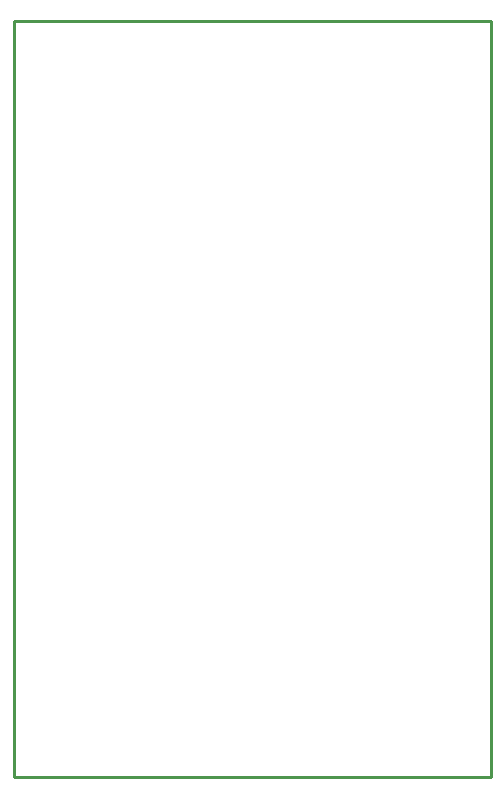
<source format=gko>
G04*
G04 #@! TF.GenerationSoftware,Altium Limited,Altium Designer,20.0.13 (296)*
G04*
G04 Layer_Color=16711935*
%FSLAX25Y25*%
%MOIN*%
G70*
G01*
G75*
%ADD13C,0.01000*%
D13*
X0Y-252000D02*
Y0D01*
Y-252000D02*
X159000D01*
Y0D01*
X0D02*
X159000D01*
M02*

</source>
